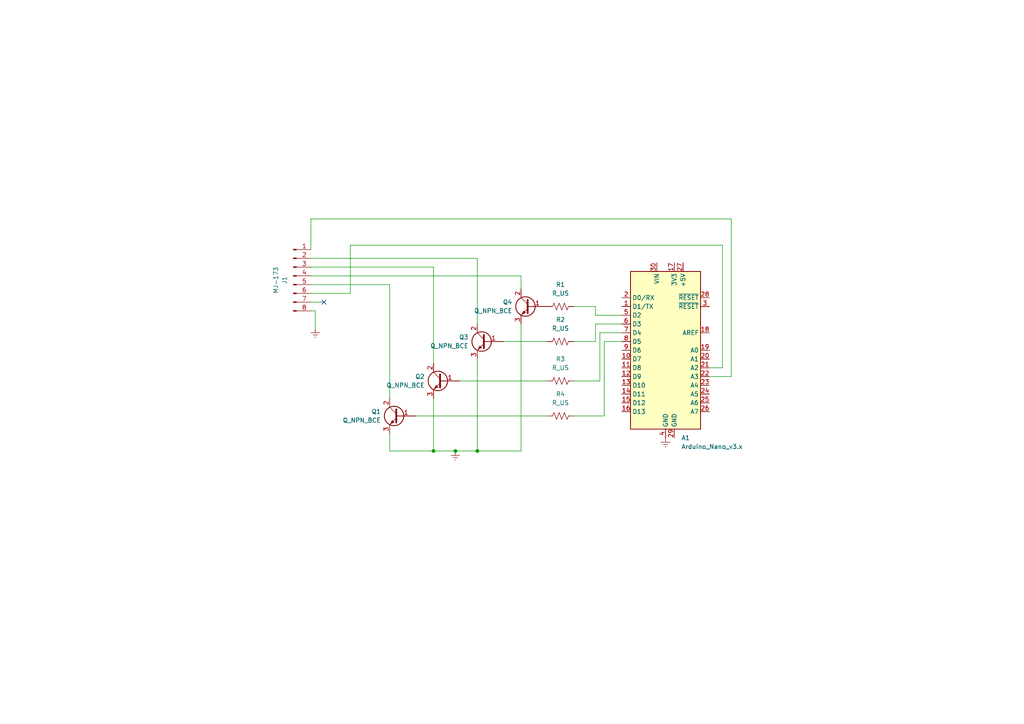
<source format=kicad_sch>
(kicad_sch (version 20211123) (generator eeschema)
  (paper "A4")
  (title_block (title "Wiring diagram") (date "2022-03-05") (rev "1"))
  (lib_symbols
    (symbol "Connector:Conn_01x08_Male" (pin_names (offset 1.016) hide)
      (property "Reference" "J" (at 0 10.16 0))
      (property "Value" "Conn_01x08_Male" (at 0 -12.7 0))
      (symbol "Conn_01x08_Male_1_1"
        (polyline (pts (xy 1.27 -10.16) (xy 0.8636 -10.16)) (stroke (width 0.1524)))
        (polyline (pts (xy 1.27 -7.62) (xy 0.8636 -7.62)) (stroke (width 0.1524)))
        (polyline (pts (xy 1.27 -5.08) (xy 0.8636 -5.08)) (stroke (width 0.1524)))
        (polyline (pts (xy 1.27 -2.54) (xy 0.8636 -2.54)) (stroke (width 0.1524)))
        (polyline (pts (xy 1.27 0) (xy 0.8636 0)) (stroke (width 0.1524)))
        (polyline (pts (xy 1.27 2.54) (xy 0.8636 2.54)) (stroke (width 0.1524)))
        (polyline (pts (xy 1.27 5.08) (xy 0.8636 5.08)) (stroke (width 0.1524)))
        (polyline (pts (xy 1.27 7.62) (xy 0.8636 7.62)) (stroke (width 0.1524)))
        (rectangle (start 0.8636 -10.033) (end 0 -10.287) (stroke (width 0.1524)) (fill (type outline)))
        (rectangle (start 0.8636 -7.493) (end 0 -7.747) (stroke (width 0.1524)) (fill (type outline)))
        (rectangle (start 0.8636 -4.953) (end 0 -5.207) (stroke (width 0.1524)) (fill (type outline)))
        (rectangle (start 0.8636 -2.413) (end 0 -2.667) (stroke (width 0.1524)) (fill (type outline)))
        (rectangle (start 0.8636 0.127) (end 0 -0.127) (stroke (width 0.1524)) (fill (type outline)))
        (rectangle (start 0.8636 2.667) (end 0 2.413) (stroke (width 0.1524)) (fill (type outline)))
        (rectangle (start 0.8636 5.207) (end 0 4.953) (stroke (width 0.1524)) (fill (type outline)))
        (rectangle (start 0.8636 7.747) (end 0 7.493) (stroke (width 0.1524)) (fill (type outline)))
        (pin passive line (at 5.08 7.62 180) (length 3.81) (name "Pin_1") (number "1"))
        (pin passive line (at 5.08 5.08 180) (length 3.81) (name "Pin_2") (number "2"))
        (pin passive line (at 5.08 2.54 180) (length 3.81) (name "Pin_3") (number "3"))
        (pin passive line (at 5.08 0 180) (length 3.81) (name "Pin_4") (number "4"))
        (pin passive line (at 5.08 -2.54 180) (length 3.81) (name "Pin_5") (number "5"))
        (pin passive line (at 5.08 -5.08 180) (length 3.81) (name "Pin_6") (number "6"))
        (pin passive line (at 5.08 -7.62 180) (length 3.81) (name "Pin_7") (number "7"))
        (pin passive line (at 5.08 -10.16 180) (length 3.81) (name "Pin_8") (number "8"))
      )
    )
    (symbol "Device:Q_NPN_BCE" (pin_names (offset 0) hide)
      (property "Reference" "Q" (at 5.08 1.27 0))
      (property "Value" "Q_NPN_BCE" (at 5.08 -1.27 0))
      (symbol "Q_NPN_BCE_0_1"
        (polyline (pts (xy 0.635 0.635) (xy 2.54 2.54)))
        (polyline (pts (xy 0.635 -0.635) (xy 2.54 -2.54) (xy 2.54 -2.54)))
        (polyline (pts (xy 0.635 1.905) (xy 0.635 -1.905) (xy 0.635 -1.905)) (stroke (width 0.508)))
        (polyline (pts (xy 1.27 -1.778) (xy 1.778 -1.27) (xy 2.286 -2.286) (xy 1.27 -1.778) (xy 1.27 -1.778)) (fill (type outline)))
        (circle (center 1.27 0) (radius 2.8194) (stroke (width 0.254)))
      )
      (symbol "Q_NPN_BCE_1_1"
        (pin input line (at -5.08 0 0) (length 5.715) (name "B") (number "1"))
        (pin passive line (at 2.54 5.08 270) (length 2.54) (name "C") (number "2"))
        (pin passive line (at 2.54 -5.08 90) (length 2.54) (name "E") (number "3"))
      )
    )
    (symbol "Device:R_US" (pin_numbers hide) (pin_names (offset 0))
      (property "Reference" "R" (at 2.54 0 90))
      (property "Value" "R_US" (at -2.54 0 90))
      (symbol "R_US_0_1"
        (polyline (pts (xy 0 -2.286) (xy 0 -2.54)))
        (polyline (pts (xy 0 2.286) (xy 0 2.54)))
        (polyline (pts (xy 0 -0.762) (xy 1.016 -1.143) (xy 0 -1.524) (xy -1.016 -1.905) (xy 0 -2.286)))
        (polyline (pts (xy 0 0.762) (xy 1.016 0.381) (xy 0 0) (xy -1.016 -0.381) (xy 0 -0.762)))
        (polyline (pts (xy 0 2.286) (xy 1.016 1.905) (xy 0 1.524) (xy -1.016 1.143) (xy 0 0.762)))
      )
      (symbol "R_US_1_1"
        (pin passive line (at 0 3.81 270) (length 1.27) (name "~") (number "1"))
        (pin passive line (at 0 -3.81 90) (length 1.27) (name "~") (number "2"))
      )
    )
    (symbol "MCU_Module:Arduino_Nano_v3.x"
      (property "Reference" "A" (at -10.16 23.495 0))
      (property "Value" "Arduino_Nano_v3.x" (at 5.08 -24.13 0))
      (symbol "Arduino_Nano_v3.x_0_1"
        (rectangle (start -10.16 22.86) (end 10.16 -22.86) (stroke (width 0.254)) (fill (type background)))
      )
      (symbol "Arduino_Nano_v3.x_1_1"
        (pin bidirectional line (at -12.7 12.7 0) (length 2.54) (name "D1/TX") (number "1"))
        (pin bidirectional line (at -12.7 -2.54 0) (length 2.54) (name "D7") (number "10"))
        (pin bidirectional line (at -12.7 -5.08 0) (length 2.54) (name "D8") (number "11"))
        (pin bidirectional line (at -12.7 -7.62 0) (length 2.54) (name "D9") (number "12"))
        (pin bidirectional line (at -12.7 -10.16 0) (length 2.54) (name "D10") (number "13"))
        (pin bidirectional line (at -12.7 -12.7 0) (length 2.54) (name "D11") (number "14"))
        (pin bidirectional line (at -12.7 -15.24 0) (length 2.54) (name "D12") (number "15"))
        (pin bidirectional line (at -12.7 -17.78 0) (length 2.54) (name "D13") (number "16"))
        (pin power_out line (at 2.54 25.4 270) (length 2.54) (name "3V3") (number "17"))
        (pin input line (at 12.7 5.08 180) (length 2.54) (name "AREF") (number "18"))
        (pin bidirectional line (at 12.7 0 180) (length 2.54) (name "A0") (number "19"))
        (pin bidirectional line (at -12.7 15.24 0) (length 2.54) (name "D0/RX") (number "2"))
        (pin bidirectional line (at 12.7 -2.54 180) (length 2.54) (name "A1") (number "20"))
        (pin bidirectional line (at 12.7 -5.08 180) (length 2.54) (name "A2") (number "21"))
        (pin bidirectional line (at 12.7 -7.62 180) (length 2.54) (name "A3") (number "22"))
        (pin bidirectional line (at 12.7 -10.16 180) (length 2.54) (name "A4") (number "23"))
        (pin bidirectional line (at 12.7 -12.7 180) (length 2.54) (name "A5") (number "24"))
        (pin bidirectional line (at 12.7 -15.24 180) (length 2.54) (name "A6") (number "25"))
        (pin bidirectional line (at 12.7 -17.78 180) (length 2.54) (name "A7") (number "26"))
        (pin power_out line (at 5.08 25.4 270) (length 2.54) (name "+5V") (number "27"))
        (pin input line (at 12.7 15.24 180) (length 2.54) (name "~{RESET}") (number "28"))
        (pin power_in line (at 2.54 -25.4 90) (length 2.54) (name "GND") (number "29"))
        (pin input line (at 12.7 12.7 180) (length 2.54) (name "~{RESET}") (number "3"))
        (pin power_in line (at -2.54 25.4 270) (length 2.54) (name "VIN") (number "30"))
        (pin power_in line (at 0 -25.4 90) (length 2.54) (name "GND") (number "4"))
        (pin bidirectional line (at -12.7 10.16 0) (length 2.54) (name "D2") (number "5"))
        (pin bidirectional line (at -12.7 7.62 0) (length 2.54) (name "D3") (number "6"))
        (pin bidirectional line (at -12.7 5.08 0) (length 2.54) (name "D4") (number "7"))
        (pin bidirectional line (at -12.7 2.54 0) (length 2.54) (name "D5") (number "8"))
        (pin bidirectional line (at -12.7 0 0) (length 2.54) (name "D6") (number "9"))
      )
    )
    (symbol "power:Earth" (power) (pin_names (offset 0))
      (symbol "Earth_0_1"
        (polyline (pts (xy -0.635 -1.905) (xy 0.635 -1.905)))
        (polyline (pts (xy -0.127 -2.54) (xy 0.127 -2.54)))
        (polyline (pts (xy 0 -1.27) (xy 0 0)))
        (polyline (pts (xy 1.27 -1.27) (xy -1.27 -1.27)))
      )
      (symbol "Earth_1_1"
        (pin power_in line (at 0 0 270) (length 0) hide (name "Earth") (number "1"))
      )
    )
  )
  (junction (at 125.73 130.81))
  (junction (at 138.43 130.81))
  (junction (at 132.08 130.81))
  (no_connect (at 93.98 87.63))
  (wire (pts (xy 138.43 104.14) (xy 138.43 130.81)))
  (wire (pts (xy 146.05 99.06) (xy 158.75 99.06)))
  (wire (pts (xy 180.34 91.44) (xy 172.72 91.44)))
  (wire (pts (xy 101.6 71.12) (xy 101.6 85.09)))
  (wire (pts (xy 175.26 120.65) (xy 166.37 120.65)))
  (wire (pts (xy 120.65 120.65) (xy 158.75 120.65)))
  (wire (pts (xy 113.03 125.73) (xy 113.03 130.81)))
  (wire (pts (xy 180.34 93.98) (xy 172.72 93.98)))
  (wire (pts (xy 173.99 110.49) (xy 166.37 110.49)))
  (wire (pts (xy 90.17 63.5) (xy 212.09 63.5)))
  (wire (pts (xy 90.17 87.63) (xy 93.98 87.63)))
  (wire (pts (xy 132.08 130.81) (xy 138.43 130.81)))
  (wire (pts (xy 205.74 106.68) (xy 209.55 106.68)))
  (wire (pts (xy 125.73 130.81) (xy 132.08 130.81)))
  (wire (pts (xy 125.73 105.41) (xy 125.73 77.47)))
  (wire (pts (xy 113.03 130.81) (xy 125.73 130.81)))
  (wire (pts (xy 172.72 93.98) (xy 172.72 99.06)))
  (wire (pts (xy 90.17 72.39) (xy 90.17 63.5)))
  (wire (pts (xy 172.72 91.44) (xy 172.72 88.9)))
  (wire (pts (xy 209.55 106.68) (xy 209.55 71.12)))
  (wire (pts (xy 133.35 110.49) (xy 158.75 110.49)))
  (wire (pts (xy 212.09 109.22) (xy 212.09 63.5)))
  (wire (pts (xy 125.73 77.47) (xy 90.17 77.47)))
  (wire (pts (xy 151.13 93.98) (xy 151.13 130.81)))
  (wire (pts (xy 125.73 115.57) (xy 125.73 130.81)))
  (wire (pts (xy 113.03 115.57) (xy 113.03 82.55)))
  (wire (pts (xy 91.44 90.17) (xy 91.44 95.25)))
  (wire (pts (xy 205.74 109.22) (xy 212.09 109.22)))
  (wire (pts (xy 209.55 71.12) (xy 101.6 71.12)))
  (wire (pts (xy 138.43 93.98) (xy 138.43 74.93)))
  (wire (pts (xy 151.13 83.82) (xy 151.13 80.01)))
  (wire (pts (xy 90.17 90.17) (xy 91.44 90.17)))
  (wire (pts (xy 173.99 96.52) (xy 173.99 110.49)))
  (wire (pts (xy 151.13 80.01) (xy 90.17 80.01)))
  (wire (pts (xy 180.34 99.06) (xy 175.26 99.06)))
  (wire (pts (xy 138.43 74.93) (xy 90.17 74.93)))
  (wire (pts (xy 101.6 85.09) (xy 90.17 85.09)))
  (wire (pts (xy 138.43 130.81) (xy 151.13 130.81)))
  (wire (pts (xy 180.34 96.52) (xy 173.99 96.52)))
  (wire (pts (xy 172.72 88.9) (xy 166.37 88.9)))
  (wire (pts (xy 113.03 82.55) (xy 90.17 82.55)))
  (wire (pts (xy 172.72 99.06) (xy 166.37 99.06)))
  (wire (pts (xy 175.26 99.06) (xy 175.26 120.65)))
  (symbol (lib_id "MCU_Module:Arduino_Nano_v3.x") (at 193.04 101.6 0) (unit 1)
    (property "Reference" "A1" (at 197.5994 127 0) (effects (justify left)))
    (property "Value" "Arduino_Nano_v3.x" (at 197.5994 129.54 0) (effects (justify left)))
    (property "Footprint" "Module:Arduino_Nano" (effects hide))
    (property "Datasheet" "http://www.mouser.com/pdfdocs/Gravitech_Arduino_Nano3_0.pdf" (effects hide))
  )
  (symbol (lib_id "Device:Q_NPN_BCE") (at 153.67 88.9 0) (mirror y) (unit 1)
    (property "Reference" "Q4" (at 148.59 87.6299 0) (effects (justify left)))
    (property "Value" "Q_NPN_BCE" (at 148.59 90.1699 0) (effects (justify left)))
  )
  (symbol (lib_id "Device:R_US") (at 162.56 99.06 90) (unit 1)
    (property "Reference" "R2" (at 162.56 92.71 90))
    (property "Value" "R_US" (at 162.56 95.25 90))
  )
  (symbol (lib_id "Device:Q_NPN_BCE") (at 140.97 99.06 0) (mirror y) (unit 1)
    (property "Reference" "Q3" (at 135.89 97.7899 0) (effects (justify left)))
    (property "Value" "Q_NPN_BCE" (at 135.89 100.3299 0) (effects (justify left)))
  )
  (symbol (lib_id "Device:R_US") (at 162.56 110.49 90) (unit 1)
    (property "Reference" "R3" (at 162.56 104.14 90))
    (property "Value" "R_US" (at 162.56 106.68 90))
  )
  (symbol (lib_id "power:Earth") (at 91.44 95.25 0) (unit 1)
    (property "Reference" "#PWR01" (effects hide))
    (property "Value" "Earth" (effects hide))
  )
  (symbol (lib_id "power:Earth") (at 193.04 127 0) (unit 1)
    (property "Reference" "#PWR03" (effects hide))
    (property "Value" "Earth" (effects hide))
  )
  (symbol (lib_id "Connector:Conn_01x08_Male") (at 85.09 80.01 0) (unit 1)
    (property "Reference" "J1" (at 82.55 81.28 90))
    (property "Value" "MJ-173" (at 80.01 81.28 90))
  )
  (symbol (lib_id "Device:Q_NPN_BCE") (at 128.27 110.49 0) (mirror y) (unit 1)
    (property "Reference" "Q2" (at 123.19 109.2199 0) (effects (justify left)))
    (property "Value" "Q_NPN_BCE" (at 123.19 111.7599 0) (effects (justify left)))
  )
  (symbol (lib_id "power:Earth") (at 132.08 130.81 0) (unit 1)
    (property "Reference" "#PWR02" (effects hide))
    (property "Value" "Earth" (effects hide))
  )
  (symbol (lib_id "Device:R_US") (at 162.56 88.9 90) (unit 1)
    (property "Reference" "R1" (at 162.56 82.55 90))
    (property "Value" "R_US" (at 162.56 85.09 90))
  )
  (symbol (lib_id "Device:Q_NPN_BCE") (at 115.57 120.65 0) (mirror y) (unit 1)
    (property "Reference" "Q1" (at 110.49 119.3799 0) (effects (justify left)))
    (property "Value" "Q_NPN_BCE" (at 110.49 121.9199 0) (effects (justify left)))
  )
  (symbol (lib_id "Device:R_US") (at 162.56 120.65 90) (unit 1)
    (property "Reference" "R4" (at 162.56 114.3 90))
    (property "Value" "R_US" (at 162.56 116.84 90))
  )
)
</source>
